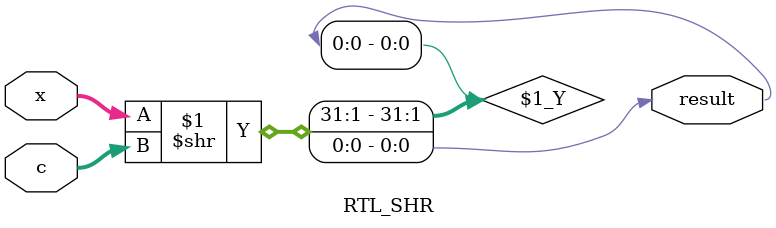
<source format=v>
`timescale 1ns / 1ps


module RTL_SHR(x,c,result);
input [31:0] x,c;
output result;
assign result = x >> c;

endmodule

</source>
